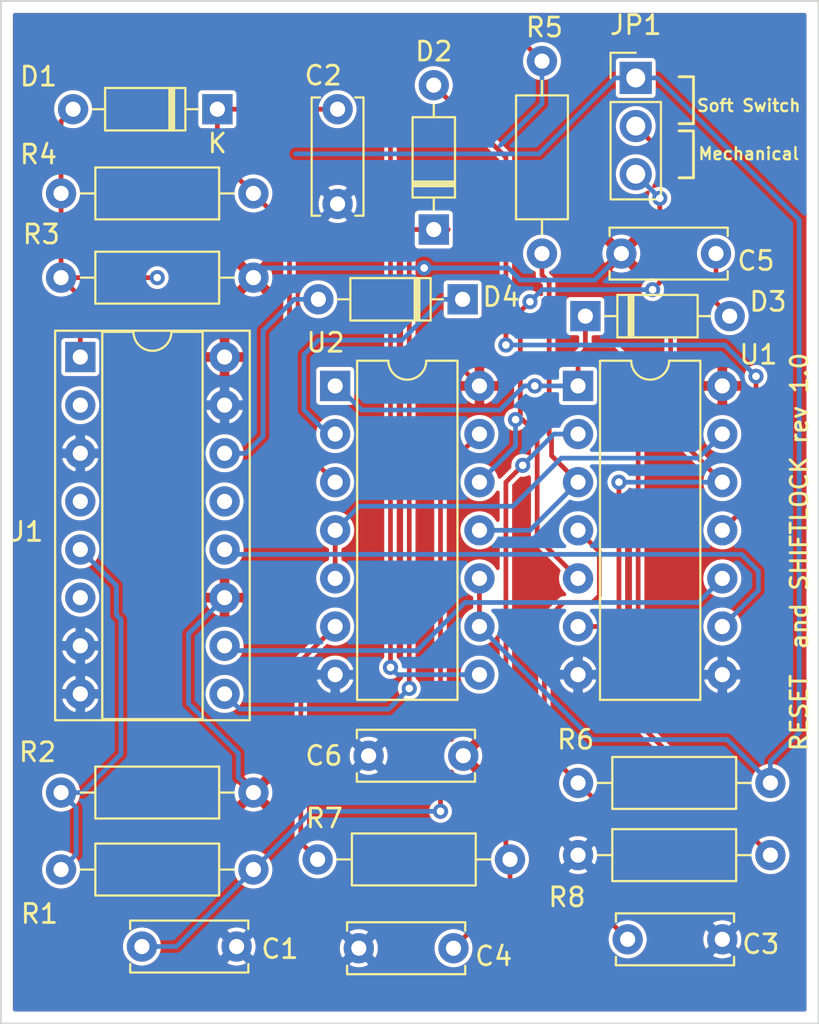
<source format=kicad_pcb>
(kicad_pcb (version 20171130) (host pcbnew "(5.1.5-0-10_14)")
  (layers (0 F.Cu signal) (31 B.Cu signal) (34 B.Paste user) (35 F.Paste user) (36 B.SilkS user) (37 F.SilkS user) (38 B.Mask user) (39 F.Mask user) (44 Edge.Cuts user))
  (net 0 "")
  (net 1 GND)
  (net 2 /Break1)
  (net 3 Row0)
  (net 4 "Net-(JP1-Pad3)")
  (net 5 ShiftLockLED-)
  (net 6 /ShiftLock1)
  (net 7 ShifLockLED+)
  (net 8 ~RESET)
  (net 9 Col0)
  (net 10 "Net-(J1-Pad6)")
  (net 11 "Net-(J1-Pad13)")
  (net 12 "Net-(J1-Pad4)")
  (net 13 "Net-(J1-Pad2)")
  (net 14 "Net-(C1-Pad2)")
  (net 15 "Net-(C2-Pad1)")
  (net 16 "Net-(C3-Pad2)")
  (net 17 "Net-(C4-Pad1)")
  (net 18 "Net-(R5-Pad1)")
  (net 19 "Net-(R7-Pad2)")
  (net 20 "Net-(C5-Pad2)")
  (net 21 "Net-(D2-Pad2)")
  (net 22 "Net-(D3-Pad1)")
  (net 23 "Net-(JP1-Pad2)")
  (net 24 "Net-(JP1-Pad1)")
  (net 25 "Net-(R5-Pad2)")
  (net 26 "Net-(U1-Pad13)")
  (net 27 "Net-(D4-Pad1)")
  (module Capacitor_THT:C_Disc_D6.0mm_W2.5mm_P5.00mm (layer F.Cu) (at 126.0983 82.3849)
    (fp_text reference C6 (at -2.3622 0) (layer F.SilkS))
    (fp_text value 0.1uF)
    (fp_line (start 5.62 0.925) (end 5.62 1.37) (layer F.SilkS) (width 0.12))
    (fp_line (start 5.62 -1.37) (end 5.62 -0.925) (layer F.SilkS) (width 0.12))
    (fp_line (start -0.62 0.925) (end -0.62 1.37) (layer F.SilkS) (width 0.12))
    (fp_line (start -0.62 -1.37) (end -0.62 -0.925) (layer F.SilkS) (width 0.12))
    (fp_line (start -0.62 1.37) (end 5.62 1.37) (layer F.SilkS) (width 0.12))
    (fp_line (start -0.62 -1.37) (end 5.62 -1.37) (layer F.SilkS) (width 0.12))
    (pad 2 thru_hole circle (at 5 0) (size 1.6 1.6) (drill 0.8) (layers *.Cu *.Mask) (net 7 ShifLockLED+))
    (pad 1 thru_hole circle (at 0 0) (size 1.6 1.6) (drill 0.8) (layers *.Cu *.Mask) (net 1 GND))
  )
  (module Diode_THT:D_DO-35_SOD27_P7.62mm_Horizontal (layer F.Cu) (at 131.064 58.293 180)
    (fp_text reference D4 (at -2.032 0.127) (layer F.SilkS))
    (fp_text value 1N914)
    (fp_line (start 2.29 -1.12) (end 2.29 1.12) (layer F.SilkS) (width 0.12))
    (fp_line (start 2.53 -1.12) (end 2.53 1.12) (layer F.SilkS) (width 0.12))
    (fp_line (start 2.41 -1.12) (end 2.41 1.12) (layer F.SilkS) (width 0.12))
    (fp_line (start 6.58 0) (end 5.93 0) (layer F.SilkS) (width 0.12))
    (fp_line (start 1.04 0) (end 1.69 0) (layer F.SilkS) (width 0.12))
    (fp_line (start 5.93 -1.12) (end 1.69 -1.12) (layer F.SilkS) (width 0.12))
    (fp_line (start 5.93 1.12) (end 5.93 -1.12) (layer F.SilkS) (width 0.12))
    (fp_line (start 1.69 1.12) (end 5.93 1.12) (layer F.SilkS) (width 0.12))
    (fp_line (start 1.69 -1.12) (end 1.69 1.12) (layer F.SilkS) (width 0.12))
    (pad 2 thru_hole oval (at 7.62 0 180) (size 1.6 1.6) (drill 0.8) (layers *.Cu *.Mask) (net 8 ~RESET))
    (pad 1 thru_hole rect (at 0 0 180) (size 1.6 1.6) (drill 0.8) (layers *.Cu *.Mask) (net 27 "Net-(D4-Pad1)"))
  )
  (module Capacitor_THT:C_Disc_D6.0mm_W2.5mm_P5.00mm (layer F.Cu) (at 139.446 55.88)
    (fp_text reference C5 (at 7.112 0.381) (layer F.SilkS))
    (fp_text value 0.33uF)
    (fp_line (start 5.62 0.925) (end 5.62 1.37) (layer F.SilkS) (width 0.12))
    (fp_line (start 5.62 -1.37) (end 5.62 -0.925) (layer F.SilkS) (width 0.12))
    (fp_line (start -0.62 0.925) (end -0.62 1.37) (layer F.SilkS) (width 0.12))
    (fp_line (start -0.62 -1.37) (end -0.62 -0.925) (layer F.SilkS) (width 0.12))
    (fp_line (start -0.62 1.37) (end 5.62 1.37) (layer F.SilkS) (width 0.12))
    (fp_line (start -0.62 -1.37) (end 5.62 -1.37) (layer F.SilkS) (width 0.12))
    (pad 2 thru_hole circle (at 5 0) (size 1.6 1.6) (drill 0.8) (layers *.Cu *.Mask) (net 20 "Net-(C5-Pad2)"))
    (pad 1 thru_hole circle (at 0 0) (size 1.6 1.6) (drill 0.8) (layers *.Cu *.Mask) (net 7 ShifLockLED+))
  )
  (module Capacitor_THT:C_Disc_D6.0mm_W2.5mm_P5.00mm (layer F.Cu) (at 130.5814 92.5449 180)
    (fp_text reference C4 (at -2.1209 -0.4191) (layer F.SilkS))
    (fp_text value 0.1uF hide)
    (fp_line (start 5.62 0.925) (end 5.62 1.37) (layer F.SilkS) (width 0.12))
    (fp_line (start 5.62 -1.37) (end 5.62 -0.925) (layer F.SilkS) (width 0.12))
    (fp_line (start -0.62 0.925) (end -0.62 1.37) (layer F.SilkS) (width 0.12))
    (fp_line (start -0.62 -1.37) (end -0.62 -0.925) (layer F.SilkS) (width 0.12))
    (fp_line (start -0.62 1.37) (end 5.62 1.37) (layer F.SilkS) (width 0.12))
    (fp_line (start -0.62 -1.37) (end 5.62 -1.37) (layer F.SilkS) (width 0.12))
    (pad 2 thru_hole circle (at 5 0 180) (size 1.6 1.6) (drill 0.8) (layers *.Cu *.Mask) (net 1 GND))
    (pad 1 thru_hole circle (at 0 0 180) (size 1.6 1.6) (drill 0.8) (layers *.Cu *.Mask) (net 17 "Net-(C4-Pad1)"))
  )
  (module Capacitor_THT:C_Disc_D6.0mm_W2.5mm_P5.00mm (layer F.Cu) (at 144.78 92.075 180)
    (fp_text reference C3 (at -2.032 -0.254) (layer F.SilkS))
    (fp_text value 0.1uF)
    (fp_line (start 5.62 0.925) (end 5.62 1.37) (layer F.SilkS) (width 0.12))
    (fp_line (start 5.62 -1.37) (end 5.62 -0.925) (layer F.SilkS) (width 0.12))
    (fp_line (start -0.62 0.925) (end -0.62 1.37) (layer F.SilkS) (width 0.12))
    (fp_line (start -0.62 -1.37) (end -0.62 -0.925) (layer F.SilkS) (width 0.12))
    (fp_line (start -0.62 1.37) (end 5.62 1.37) (layer F.SilkS) (width 0.12))
    (fp_line (start -0.62 -1.37) (end 5.62 -1.37) (layer F.SilkS) (width 0.12))
    (pad 2 thru_hole circle (at 5 0 180) (size 1.6 1.6) (drill 0.8) (layers *.Cu *.Mask) (net 16 "Net-(C3-Pad2)"))
    (pad 1 thru_hole circle (at 0 0 180) (size 1.6 1.6) (drill 0.8) (layers *.Cu *.Mask) (net 1 GND))
  )
  (module Capacitor_THT:C_Disc_D6.0mm_W2.5mm_P5.00mm (layer F.Cu) (at 124.46 48.26 270)
    (fp_text reference C2 (at -1.778 0.762 180) (layer F.SilkS))
    (fp_text value 6.8uF)
    (fp_line (start 5.62 0.925) (end 5.62 1.37) (layer F.SilkS) (width 0.12))
    (fp_line (start 5.62 -1.37) (end 5.62 -0.925) (layer F.SilkS) (width 0.12))
    (fp_line (start -0.62 0.925) (end -0.62 1.37) (layer F.SilkS) (width 0.12))
    (fp_line (start -0.62 -1.37) (end -0.62 -0.925) (layer F.SilkS) (width 0.12))
    (fp_line (start -0.62 1.37) (end 5.62 1.37) (layer F.SilkS) (width 0.12))
    (fp_line (start -0.62 -1.37) (end 5.62 -1.37) (layer F.SilkS) (width 0.12))
    (pad 2 thru_hole circle (at 5 0 270) (size 1.6 1.6) (drill 0.8) (layers *.Cu *.Mask) (net 1 GND))
    (pad 1 thru_hole circle (at 0 0 270) (size 1.6 1.6) (drill 0.8) (layers *.Cu *.Mask) (net 15 "Net-(C2-Pad1)"))
  )
  (module Capacitor_THT:C_Disc_D6.0mm_W2.5mm_P5.00mm (layer F.Cu) (at 119.126 92.456 180)
    (fp_text reference C1 (at -2.286 -0.127) (layer F.SilkS))
    (fp_text value 0.33uF)
    (fp_line (start 5.62 0.925) (end 5.62 1.37) (layer F.SilkS) (width 0.12))
    (fp_line (start 5.62 -1.37) (end 5.62 -0.925) (layer F.SilkS) (width 0.12))
    (fp_line (start -0.62 0.925) (end -0.62 1.37) (layer F.SilkS) (width 0.12))
    (fp_line (start -0.62 -1.37) (end -0.62 -0.925) (layer F.SilkS) (width 0.12))
    (fp_line (start -0.62 1.37) (end 5.62 1.37) (layer F.SilkS) (width 0.12))
    (fp_line (start -0.62 -1.37) (end 5.62 -1.37) (layer F.SilkS) (width 0.12))
    (pad 2 thru_hole circle (at 5 0 180) (size 1.6 1.6) (drill 0.8) (layers *.Cu *.Mask) (net 14 "Net-(C1-Pad2)"))
    (pad 1 thru_hole circle (at 0 0 180) (size 1.6 1.6) (drill 0.8) (layers *.Cu *.Mask) (net 1 GND))
  )
  (module Diode_THT:D_DO-35_SOD27_P7.62mm_Horizontal (layer F.Cu) (at 137.547712 59.182)
    (fp_text reference D3 (at 9.645288 -0.762) (layer F.SilkS))
    (fp_text value 1N914)
    (fp_line (start 2.29 -1.12) (end 2.29 1.12) (layer F.SilkS) (width 0.12))
    (fp_line (start 2.53 -1.12) (end 2.53 1.12) (layer F.SilkS) (width 0.12))
    (fp_line (start 2.41 -1.12) (end 2.41 1.12) (layer F.SilkS) (width 0.12))
    (fp_line (start 6.58 0) (end 5.93 0) (layer F.SilkS) (width 0.12))
    (fp_line (start 1.04 0) (end 1.69 0) (layer F.SilkS) (width 0.12))
    (fp_line (start 5.93 -1.12) (end 1.69 -1.12) (layer F.SilkS) (width 0.12))
    (fp_line (start 5.93 1.12) (end 5.93 -1.12) (layer F.SilkS) (width 0.12))
    (fp_line (start 1.69 1.12) (end 5.93 1.12) (layer F.SilkS) (width 0.12))
    (fp_line (start 1.69 -1.12) (end 1.69 1.12) (layer F.SilkS) (width 0.12))
    (pad 2 thru_hole oval (at 7.62 0) (size 1.6 1.6) (drill 0.8) (layers *.Cu *.Mask) (net 20 "Net-(C5-Pad2)"))
    (pad 1 thru_hole rect (at 0 0) (size 1.6 1.6) (drill 0.8) (layers *.Cu *.Mask) (net 22 "Net-(D3-Pad1)"))
  )
  (module Connector_PinHeader_2.54mm:PinHeader_1x03_P2.54mm_Vertical (layer F.Cu) (at 140.208 46.609)
    (fp_text reference JP1 (at 0 -2.794) (layer F.SilkS))
    (fp_text value Jumper_3_Open)
    (fp_line (start -1.33 -1.33) (end 0 -1.33) (layer F.SilkS) (width 0.12))
    (fp_line (start -1.33 0) (end -1.33 -1.33) (layer F.SilkS) (width 0.12))
    (fp_line (start -1.33 1.27) (end 1.33 1.27) (layer F.SilkS) (width 0.12))
    (fp_line (start 1.33 1.27) (end 1.33 6.41) (layer F.SilkS) (width 0.12))
    (fp_line (start -1.33 1.27) (end -1.33 6.41) (layer F.SilkS) (width 0.12))
    (fp_line (start -1.33 6.41) (end 1.33 6.41) (layer F.SilkS) (width 0.12))
    (pad 3 thru_hole oval (at 0 5.08) (size 1.7 1.7) (drill 1) (layers *.Cu *.Mask) (net 4 "Net-(JP1-Pad3)"))
    (pad 2 thru_hole oval (at 0 2.54) (size 1.7 1.7) (drill 1) (layers *.Cu *.Mask) (net 23 "Net-(JP1-Pad2)"))
    (pad 1 thru_hole rect (at 0 0) (size 1.7 1.7) (drill 1) (layers *.Cu *.Mask) (net 24 "Net-(JP1-Pad1)"))
  )
  (module Package_DIP:DIP-16_W7.62mm_Socket (layer F.Cu) (at 110.871 61.341)
    (fp_text reference J1 (at -2.8194 9.2202) (layer F.SilkS))
    (fp_text value Conn_01x16)
    (fp_line (start 8.95 -1.39) (end -1.33 -1.39) (layer F.SilkS) (width 0.12))
    (fp_line (start 8.95 19.17) (end 8.95 -1.39) (layer F.SilkS) (width 0.12))
    (fp_line (start -1.33 19.17) (end 8.95 19.17) (layer F.SilkS) (width 0.12))
    (fp_line (start -1.33 -1.39) (end -1.33 19.17) (layer F.SilkS) (width 0.12))
    (fp_line (start 6.46 -1.33) (end 4.81 -1.33) (layer F.SilkS) (width 0.12))
    (fp_line (start 6.46 19.11) (end 6.46 -1.33) (layer F.SilkS) (width 0.12))
    (fp_line (start 1.16 19.11) (end 6.46 19.11) (layer F.SilkS) (width 0.12))
    (fp_line (start 1.16 -1.33) (end 1.16 19.11) (layer F.SilkS) (width 0.12))
    (fp_line (start 2.81 -1.33) (end 1.16 -1.33) (layer F.SilkS) (width 0.12))
    (fp_arc (start 3.81 -1.33) (end 2.81 -1.33) (angle -180) (layer F.SilkS) (width 0.12))
    (pad 16 thru_hole oval (at 7.62 0) (size 1.6 1.6) (drill 0.8) (layers *.Cu *.Mask) (net 7 ShifLockLED+))
    (pad 8 thru_hole oval (at 0 17.78) (size 1.6 1.6) (drill 0.8) (layers *.Cu *.Mask) (net 1 GND))
    (pad 15 thru_hole oval (at 7.62 2.54) (size 1.6 1.6) (drill 0.8) (layers *.Cu *.Mask) (net 1 GND))
    (pad 7 thru_hole oval (at 0 15.24) (size 1.6 1.6) (drill 0.8) (layers *.Cu *.Mask) (net 1 GND))
    (pad 14 thru_hole oval (at 7.62 5.08) (size 1.6 1.6) (drill 0.8) (layers *.Cu *.Mask) (net 8 ~RESET))
    (pad 6 thru_hole oval (at 0 12.7) (size 1.6 1.6) (drill 0.8) (layers *.Cu *.Mask) (net 10 "Net-(J1-Pad6)"))
    (pad 13 thru_hole oval (at 7.62 7.62) (size 1.6 1.6) (drill 0.8) (layers *.Cu *.Mask) (net 11 "Net-(J1-Pad13)"))
    (pad 5 thru_hole oval (at 0 10.16) (size 1.6 1.6) (drill 0.8) (layers *.Cu *.Mask) (net 6 /ShiftLock1))
    (pad 12 thru_hole oval (at 7.62 10.16) (size 1.6 1.6) (drill 0.8) (layers *.Cu *.Mask) (net 5 ShiftLockLED-))
    (pad 4 thru_hole oval (at 0 7.62) (size 1.6 1.6) (drill 0.8) (layers *.Cu *.Mask) (net 12 "Net-(J1-Pad4)"))
    (pad 11 thru_hole oval (at 7.62 12.7) (size 1.6 1.6) (drill 0.8) (layers *.Cu *.Mask) (net 7 ShifLockLED+))
    (pad 3 thru_hole oval (at 0 5.08) (size 1.6 1.6) (drill 0.8) (layers *.Cu *.Mask) (net 1 GND))
    (pad 10 thru_hole oval (at 7.62 15.24) (size 1.6 1.6) (drill 0.8) (layers *.Cu *.Mask) (net 9 Col0))
    (pad 2 thru_hole oval (at 0 2.54) (size 1.6 1.6) (drill 0.8) (layers *.Cu *.Mask) (net 13 "Net-(J1-Pad2)"))
    (pad 9 thru_hole oval (at 7.62 17.78) (size 1.6 1.6) (drill 0.8) (layers *.Cu *.Mask) (net 3 Row0))
    (pad 1 thru_hole rect (at 0 0) (size 1.6 1.6) (drill 0.8) (layers *.Cu *.Mask) (net 2 /Break1))
  )
  (module Package_DIP:DIP-14_W7.62mm (layer F.Cu) (at 137.16 62.865)
    (fp_text reference U1 (at 9.525 -1.651) (layer F.SilkS))
    (fp_text value 4066)
    (fp_line (start 6.46 -1.33) (end 4.81 -1.33) (layer F.SilkS) (width 0.12))
    (fp_line (start 6.46 16.57) (end 6.46 -1.33) (layer F.SilkS) (width 0.12))
    (fp_line (start 1.16 16.57) (end 6.46 16.57) (layer F.SilkS) (width 0.12))
    (fp_line (start 1.16 -1.33) (end 1.16 16.57) (layer F.SilkS) (width 0.12))
    (fp_line (start 2.81 -1.33) (end 1.16 -1.33) (layer F.SilkS) (width 0.12))
    (fp_arc (start 3.81 -1.33) (end 2.81 -1.33) (angle -180) (layer F.SilkS) (width 0.12))
    (pad 14 thru_hole oval (at 7.62 0) (size 1.6 1.6) (drill 0.8) (layers *.Cu *.Mask) (net 7 ShifLockLED+))
    (pad 7 thru_hole oval (at 0 15.24) (size 1.6 1.6) (drill 0.8) (layers *.Cu *.Mask) (net 1 GND))
    (pad 13 thru_hole oval (at 7.62 2.54) (size 1.6 1.6) (drill 0.8) (layers *.Cu *.Mask) (net 26 "Net-(U1-Pad13)"))
    (pad 6 thru_hole oval (at 0 12.7) (size 1.6 1.6) (drill 0.8) (layers *.Cu *.Mask) (net 23 "Net-(JP1-Pad2)"))
    (pad 12 thru_hole oval (at 7.62 5.08) (size 1.6 1.6) (drill 0.8) (layers *.Cu *.Mask) (net 23 "Net-(JP1-Pad2)"))
    (pad 5 thru_hole oval (at 0 10.16) (size 1.6 1.6) (drill 0.8) (layers *.Cu *.Mask) (net 4 "Net-(JP1-Pad3)"))
    (pad 11 thru_hole oval (at 7.62 7.62) (size 1.6 1.6) (drill 0.8) (layers *.Cu *.Mask) (net 21 "Net-(D2-Pad2)"))
    (pad 4 thru_hole oval (at 0 7.62) (size 1.6 1.6) (drill 0.8) (layers *.Cu *.Mask) (net 16 "Net-(C3-Pad2)"))
    (pad 10 thru_hole oval (at 7.62 10.16) (size 1.6 1.6) (drill 0.8) (layers *.Cu *.Mask) (net 9 Col0))
    (pad 3 thru_hole oval (at 0 5.08) (size 1.6 1.6) (drill 0.8) (layers *.Cu *.Mask) (net 18 "Net-(R5-Pad1)"))
    (pad 9 thru_hole oval (at 7.62 12.7) (size 1.6 1.6) (drill 0.8) (layers *.Cu *.Mask) (net 5 ShiftLockLED-))
    (pad 2 thru_hole oval (at 0 2.54) (size 1.6 1.6) (drill 0.8) (layers *.Cu *.Mask) (net 17 "Net-(C4-Pad1)"))
    (pad 8 thru_hole oval (at 7.62 15.24) (size 1.6 1.6) (drill 0.8) (layers *.Cu *.Mask) (net 1 GND))
    (pad 1 thru_hole rect (at 0 0) (size 1.6 1.6) (drill 0.8) (layers *.Cu *.Mask) (net 22 "Net-(D3-Pad1)"))
  )
  (module Package_DIP:DIP-14_W7.62mm (layer F.Cu) (at 124.333 62.865)
    (fp_text reference U2 (at -0.508 -2.286) (layer F.SilkS))
    (fp_text value 74LS14)
    (fp_line (start 6.46 -1.33) (end 4.81 -1.33) (layer F.SilkS) (width 0.12))
    (fp_line (start 6.46 16.57) (end 6.46 -1.33) (layer F.SilkS) (width 0.12))
    (fp_line (start 1.16 16.57) (end 6.46 16.57) (layer F.SilkS) (width 0.12))
    (fp_line (start 1.16 -1.33) (end 1.16 16.57) (layer F.SilkS) (width 0.12))
    (fp_line (start 2.81 -1.33) (end 1.16 -1.33) (layer F.SilkS) (width 0.12))
    (fp_arc (start 3.81 -1.33) (end 2.81 -1.33) (angle -180) (layer F.SilkS) (width 0.12))
    (pad 14 thru_hole oval (at 7.62 0) (size 1.6 1.6) (drill 0.8) (layers *.Cu *.Mask) (net 7 ShifLockLED+))
    (pad 7 thru_hole oval (at 0 15.24) (size 1.6 1.6) (drill 0.8) (layers *.Cu *.Mask) (net 1 GND))
    (pad 13 thru_hole oval (at 7.62 2.54) (size 1.6 1.6) (drill 0.8) (layers *.Cu *.Mask) (net 14 "Net-(C1-Pad2)"))
    (pad 6 thru_hole oval (at 0 12.7) (size 1.6 1.6) (drill 0.8) (layers *.Cu *.Mask) (net 19 "Net-(R7-Pad2)"))
    (pad 12 thru_hole oval (at 7.62 5.08) (size 1.6 1.6) (drill 0.8) (layers *.Cu *.Mask) (net 4 "Net-(JP1-Pad3)"))
    (pad 5 thru_hole oval (at 0 10.16) (size 1.6 1.6) (drill 0.8) (layers *.Cu *.Mask) (net 26 "Net-(U1-Pad13)"))
    (pad 11 thru_hole oval (at 7.62 7.62) (size 1.6 1.6) (drill 0.8) (layers *.Cu *.Mask) (net 18 "Net-(R5-Pad1)"))
    (pad 4 thru_hole oval (at 0 7.62) (size 1.6 1.6) (drill 0.8) (layers *.Cu *.Mask) (net 26 "Net-(U1-Pad13)"))
    (pad 10 thru_hole oval (at 7.62 10.16) (size 1.6 1.6) (drill 0.8) (layers *.Cu *.Mask) (net 24 "Net-(JP1-Pad1)"))
    (pad 3 thru_hole oval (at 0 5.08) (size 1.6 1.6) (drill 0.8) (layers *.Cu *.Mask) (net 15 "Net-(C2-Pad1)"))
    (pad 9 thru_hole oval (at 7.62 12.7) (size 1.6 1.6) (drill 0.8) (layers *.Cu *.Mask) (net 24 "Net-(JP1-Pad1)"))
    (pad 2 thru_hole oval (at 0 2.54) (size 1.6 1.6) (drill 0.8) (layers *.Cu *.Mask) (net 27 "Net-(D4-Pad1)"))
    (pad 8 thru_hole oval (at 7.62 15.24) (size 1.6 1.6) (drill 0.8) (layers *.Cu *.Mask) (net 25 "Net-(R5-Pad2)"))
    (pad 1 thru_hole rect (at 0 0) (size 1.6 1.6) (drill 0.8) (layers *.Cu *.Mask) (net 22 "Net-(D3-Pad1)"))
  )
  (module Resistor_THT:R_Axial_DIN0207_L6.3mm_D2.5mm_P10.16mm_Horizontal (layer F.Cu) (at 137.16 87.63)
    (fp_text reference R8 (at -0.5842 2.2225) (layer F.SilkS))
    (fp_text value 1K)
    (fp_line (start 9.12 0) (end 8.35 0) (layer F.SilkS) (width 0.12))
    (fp_line (start 1.04 0) (end 1.81 0) (layer F.SilkS) (width 0.12))
    (fp_line (start 8.35 -1.37) (end 1.81 -1.37) (layer F.SilkS) (width 0.12))
    (fp_line (start 8.35 1.37) (end 8.35 -1.37) (layer F.SilkS) (width 0.12))
    (fp_line (start 1.81 1.37) (end 8.35 1.37) (layer F.SilkS) (width 0.12))
    (fp_line (start 1.81 -1.37) (end 1.81 1.37) (layer F.SilkS) (width 0.12))
    (pad 2 thru_hole oval (at 10.16 0) (size 1.6 1.6) (drill 0.8) (layers *.Cu *.Mask) (net 22 "Net-(D3-Pad1)"))
    (pad 1 thru_hole circle (at 0 0) (size 1.6 1.6) (drill 0.8) (layers *.Cu *.Mask) (net 1 GND))
  )
  (module Resistor_THT:R_Axial_DIN0207_L6.3mm_D2.5mm_P10.16mm_Horizontal (layer F.Cu) (at 133.5659 87.8586 180)
    (fp_text reference R7 (at 9.8044 2.1717) (layer F.SilkS))
    (fp_text value 1k)
    (fp_line (start 9.12 0) (end 8.35 0) (layer F.SilkS) (width 0.12))
    (fp_line (start 1.04 0) (end 1.81 0) (layer F.SilkS) (width 0.12))
    (fp_line (start 8.35 -1.37) (end 1.81 -1.37) (layer F.SilkS) (width 0.12))
    (fp_line (start 8.35 1.37) (end 8.35 -1.37) (layer F.SilkS) (width 0.12))
    (fp_line (start 1.81 1.37) (end 8.35 1.37) (layer F.SilkS) (width 0.12))
    (fp_line (start 1.81 -1.37) (end 1.81 1.37) (layer F.SilkS) (width 0.12))
    (pad 2 thru_hole oval (at 10.16 0 180) (size 1.6 1.6) (drill 0.8) (layers *.Cu *.Mask) (net 19 "Net-(R7-Pad2)"))
    (pad 1 thru_hole circle (at 0 0 180) (size 1.6 1.6) (drill 0.8) (layers *.Cu *.Mask) (net 17 "Net-(C4-Pad1)"))
  )
  (module Resistor_THT:R_Axial_DIN0207_L6.3mm_D2.5mm_P10.16mm_Horizontal (layer F.Cu) (at 137.16 83.82)
    (fp_text reference R6 (at -0.127 -2.286) (layer F.SilkS))
    (fp_text value 220k)
    (fp_line (start 9.12 0) (end 8.35 0) (layer F.SilkS) (width 0.12))
    (fp_line (start 1.04 0) (end 1.81 0) (layer F.SilkS) (width 0.12))
    (fp_line (start 8.35 -1.37) (end 1.81 -1.37) (layer F.SilkS) (width 0.12))
    (fp_line (start 8.35 1.37) (end 8.35 -1.37) (layer F.SilkS) (width 0.12))
    (fp_line (start 1.81 1.37) (end 8.35 1.37) (layer F.SilkS) (width 0.12))
    (fp_line (start 1.81 -1.37) (end 1.81 1.37) (layer F.SilkS) (width 0.12))
    (pad 2 thru_hole oval (at 10.16 0) (size 1.6 1.6) (drill 0.8) (layers *.Cu *.Mask) (net 24 "Net-(JP1-Pad1)"))
    (pad 1 thru_hole circle (at 0 0) (size 1.6 1.6) (drill 0.8) (layers *.Cu *.Mask) (net 16 "Net-(C3-Pad2)"))
  )
  (module Resistor_THT:R_Axial_DIN0207_L6.3mm_D2.5mm_P10.16mm_Horizontal (layer F.Cu) (at 135.255 55.88 90)
    (fp_text reference R5 (at 11.938 0.127 180) (layer F.SilkS))
    (fp_text value 22k)
    (fp_line (start 9.12 0) (end 8.35 0) (layer F.SilkS) (width 0.12))
    (fp_line (start 1.04 0) (end 1.81 0) (layer F.SilkS) (width 0.12))
    (fp_line (start 8.35 -1.37) (end 1.81 -1.37) (layer F.SilkS) (width 0.12))
    (fp_line (start 8.35 1.37) (end 8.35 -1.37) (layer F.SilkS) (width 0.12))
    (fp_line (start 1.81 1.37) (end 8.35 1.37) (layer F.SilkS) (width 0.12))
    (fp_line (start 1.81 -1.37) (end 1.81 1.37) (layer F.SilkS) (width 0.12))
    (pad 2 thru_hole oval (at 10.16 0 90) (size 1.6 1.6) (drill 0.8) (layers *.Cu *.Mask) (net 25 "Net-(R5-Pad2)"))
    (pad 1 thru_hole circle (at 0 0 90) (size 1.6 1.6) (drill 0.8) (layers *.Cu *.Mask) (net 18 "Net-(R5-Pad1)"))
  )
  (module Resistor_THT:R_Axial_DIN0207_L6.3mm_D2.5mm_P10.16mm_Horizontal (layer F.Cu) (at 109.855 52.705)
    (fp_text reference R4 (at -1.1938 -2.0574) (layer F.SilkS))
    (fp_text value 1M)
    (fp_line (start 9.12 0) (end 8.35 0) (layer F.SilkS) (width 0.12))
    (fp_line (start 1.04 0) (end 1.81 0) (layer F.SilkS) (width 0.12))
    (fp_line (start 8.35 -1.37) (end 1.81 -1.37) (layer F.SilkS) (width 0.12))
    (fp_line (start 8.35 1.37) (end 8.35 -1.37) (layer F.SilkS) (width 0.12))
    (fp_line (start 1.81 1.37) (end 8.35 1.37) (layer F.SilkS) (width 0.12))
    (fp_line (start 1.81 -1.37) (end 1.81 1.37) (layer F.SilkS) (width 0.12))
    (pad 2 thru_hole oval (at 10.16 0) (size 1.6 1.6) (drill 0.8) (layers *.Cu *.Mask) (net 15 "Net-(C2-Pad1)"))
    (pad 1 thru_hole circle (at 0 0) (size 1.6 1.6) (drill 0.8) (layers *.Cu *.Mask) (net 2 /Break1))
  )
  (module Resistor_THT:R_Axial_DIN0207_L6.3mm_D2.5mm_P10.16mm_Horizontal (layer F.Cu) (at 120.015 57.15 180)
    (fp_text reference R3 (at 11.2014 2.286) (layer F.SilkS))
    (fp_text value 1k)
    (fp_line (start 9.12 0) (end 8.35 0) (layer F.SilkS) (width 0.12))
    (fp_line (start 1.04 0) (end 1.81 0) (layer F.SilkS) (width 0.12))
    (fp_line (start 8.35 -1.37) (end 1.81 -1.37) (layer F.SilkS) (width 0.12))
    (fp_line (start 8.35 1.37) (end 8.35 -1.37) (layer F.SilkS) (width 0.12))
    (fp_line (start 1.81 1.37) (end 8.35 1.37) (layer F.SilkS) (width 0.12))
    (fp_line (start 1.81 -1.37) (end 1.81 1.37) (layer F.SilkS) (width 0.12))
    (pad 2 thru_hole oval (at 10.16 0 180) (size 1.6 1.6) (drill 0.8) (layers *.Cu *.Mask) (net 2 /Break1))
    (pad 1 thru_hole circle (at 0 0 180) (size 1.6 1.6) (drill 0.8) (layers *.Cu *.Mask) (net 7 ShifLockLED+))
  )
  (module Resistor_THT:R_Axial_DIN0207_L6.3mm_D2.5mm_P10.16mm_Horizontal (layer F.Cu) (at 109.855 88.392)
    (fp_text reference R2 (at -1.2446 -6.1976) (layer F.SilkS))
    (fp_text value 100k)
    (fp_line (start 9.12 0) (end 8.35 0) (layer F.SilkS) (width 0.12))
    (fp_line (start 1.04 0) (end 1.81 0) (layer F.SilkS) (width 0.12))
    (fp_line (start 8.35 -1.37) (end 1.81 -1.37) (layer F.SilkS) (width 0.12))
    (fp_line (start 8.35 1.37) (end 8.35 -1.37) (layer F.SilkS) (width 0.12))
    (fp_line (start 1.81 1.37) (end 8.35 1.37) (layer F.SilkS) (width 0.12))
    (fp_line (start 1.81 -1.37) (end 1.81 1.37) (layer F.SilkS) (width 0.12))
    (pad 2 thru_hole oval (at 10.16 0) (size 1.6 1.6) (drill 0.8) (layers *.Cu *.Mask) (net 14 "Net-(C1-Pad2)"))
    (pad 1 thru_hole circle (at 0 0) (size 1.6 1.6) (drill 0.8) (layers *.Cu *.Mask) (net 6 /ShiftLock1))
  )
  (module Resistor_THT:R_Axial_DIN0207_L6.3mm_D2.5mm_P10.16mm_Horizontal (layer F.Cu) (at 120.015 84.328 180)
    (fp_text reference R1 (at 11.303 -6.4008) (layer F.SilkS))
    (fp_text value 1k)
    (fp_line (start 9.12 0) (end 8.35 0) (layer F.SilkS) (width 0.12))
    (fp_line (start 1.04 0) (end 1.81 0) (layer F.SilkS) (width 0.12))
    (fp_line (start 8.35 -1.37) (end 1.81 -1.37) (layer F.SilkS) (width 0.12))
    (fp_line (start 8.35 1.37) (end 8.35 -1.37) (layer F.SilkS) (width 0.12))
    (fp_line (start 1.81 1.37) (end 8.35 1.37) (layer F.SilkS) (width 0.12))
    (fp_line (start 1.81 -1.37) (end 1.81 1.37) (layer F.SilkS) (width 0.12))
    (pad 2 thru_hole oval (at 10.16 0 180) (size 1.6 1.6) (drill 0.8) (layers *.Cu *.Mask) (net 6 /ShiftLock1))
    (pad 1 thru_hole circle (at 0 0 180) (size 1.6 1.6) (drill 0.8) (layers *.Cu *.Mask) (net 7 ShifLockLED+))
  )
  (module Diode_THT:D_DO-35_SOD27_P7.62mm_Horizontal (layer F.Cu) (at 129.54 54.61 90)
    (fp_text reference D2 (at 9.398 0 180) (layer F.SilkS))
    (fp_text value 1N914)
    (fp_line (start 2.29 -1.12) (end 2.29 1.12) (layer F.SilkS) (width 0.12))
    (fp_line (start 2.53 -1.12) (end 2.53 1.12) (layer F.SilkS) (width 0.12))
    (fp_line (start 2.41 -1.12) (end 2.41 1.12) (layer F.SilkS) (width 0.12))
    (fp_line (start 6.58 0) (end 5.93 0) (layer F.SilkS) (width 0.12))
    (fp_line (start 1.04 0) (end 1.69 0) (layer F.SilkS) (width 0.12))
    (fp_line (start 5.93 -1.12) (end 1.69 -1.12) (layer F.SilkS) (width 0.12))
    (fp_line (start 5.93 1.12) (end 5.93 -1.12) (layer F.SilkS) (width 0.12))
    (fp_line (start 1.69 1.12) (end 5.93 1.12) (layer F.SilkS) (width 0.12))
    (fp_line (start 1.69 -1.12) (end 1.69 1.12) (layer F.SilkS) (width 0.12))
    (pad 2 thru_hole oval (at 7.62 0 90) (size 1.6 1.6) (drill 0.8) (layers *.Cu *.Mask) (net 21 "Net-(D2-Pad2)"))
    (pad 1 thru_hole rect (at 0 0 90) (size 1.6 1.6) (drill 0.8) (layers *.Cu *.Mask) (net 3 Row0))
  )
  (module Diode_THT:D_DO-35_SOD27_P7.62mm_Horizontal (layer F.Cu) (at 118.11 48.26 180)
    (fp_text reference D1 (at 9.4488 1.7272) (layer F.SilkS))
    (fp_text value 1N914)
    (fp_text user K (at 0 -1.8) (layer F.SilkS))
    (fp_line (start 2.29 -1.12) (end 2.29 1.12) (layer F.SilkS) (width 0.12))
    (fp_line (start 2.53 -1.12) (end 2.53 1.12) (layer F.SilkS) (width 0.12))
    (fp_line (start 2.41 -1.12) (end 2.41 1.12) (layer F.SilkS) (width 0.12))
    (fp_line (start 6.58 0) (end 5.93 0) (layer F.SilkS) (width 0.12))
    (fp_line (start 1.04 0) (end 1.69 0) (layer F.SilkS) (width 0.12))
    (fp_line (start 5.93 -1.12) (end 1.69 -1.12) (layer F.SilkS) (width 0.12))
    (fp_line (start 5.93 1.12) (end 5.93 -1.12) (layer F.SilkS) (width 0.12))
    (fp_line (start 1.69 1.12) (end 5.93 1.12) (layer F.SilkS) (width 0.12))
    (fp_line (start 1.69 -1.12) (end 1.69 1.12) (layer F.SilkS) (width 0.12))
    (pad 2 thru_hole oval (at 7.62 0 180) (size 1.6 1.6) (drill 0.8) (layers *.Cu *.Mask) (net 2 /Break1))
    (pad 1 thru_hole rect (at 0 0 180) (size 1.6 1.6) (drill 0.8) (layers *.Cu *.Mask) (net 15 "Net-(C2-Pad1)"))
  )
  (gr_text "Soft Switch" (at 146.177 48.0695) (layer F.SilkS) (effects (font (size 0.635 0.635) (thickness 0.127))))
  (gr_text Mechanical (at 146.177 50.6095) (layer F.SilkS) (effects (font (size 0.635 0.635) (thickness 0.127))))
  (gr_line (start 143.256 49.022) (end 143.256 46.5455) (layer F.SilkS) (width 0.15))
  (gr_line (start 142.494 46.5455) (end 143.256 46.5455) (layer F.SilkS) (width 0.15))
  (gr_line (start 142.494 49.022) (end 143.256 49.022) (layer F.SilkS) (width 0.15))
  (gr_line (start 142.494 49.403) (end 143.256 49.403) (layer F.SilkS) (width 0.15))
  (gr_line (start 143.256 51.8795) (end 143.256 49.403) (layer F.SilkS) (width 0.15))
  (gr_line (start 142.494 51.8795) (end 143.256 51.8795) (layer F.SilkS) (width 0.15))
  (gr_text "RESET  and SHIFTLOCK rev 1.0" (at 148.844 71.628 90) (layer F.SilkS) (effects (font (size 0.889 0.889) (thickness 0.1524))))
  (gr_line (start 106.68 96.52) (end 106.68 42.545) (layer Edge.Cuts) (width 0.1))
  (gr_line (start 149.86 96.52) (end 106.68 96.52) (layer Edge.Cuts) (width 0.1))
  (gr_line (start 149.86 42.545) (end 149.86 96.52) (layer Edge.Cuts) (width 0.1))
  (gr_line (start 106.68 42.545) (end 149.86 42.545) (layer Edge.Cuts) (width 0.1))
  (segment (start 109.855 57.15) (end 109.855 52.705) (width 0.25) (layer F.Cu) (net 2))
  (segment (start 109.855 48.895) (end 110.49 48.26) (width 0.25) (layer F.Cu) (net 2))
  (segment (start 109.855 52.705) (end 109.855 48.895) (width 0.25) (layer F.Cu) (net 2))
  (segment (start 109.855 57.15) (end 114.935 57.15) (width 0.25) (layer F.Cu) (net 2))
  (via (at 114.935 57.15) (size 0.8) (drill 0.4) (layers F.Cu B.Cu) (net 2))
  (segment (start 110.871 58.166) (end 109.855 57.15) (width 0.25) (layer F.Cu) (net 2))
  (segment (start 110.871 61.341) (end 110.871 58.166) (width 0.25) (layer F.Cu) (net 2))
  (segment (start 130.175 54.61) (end 130.302 54.61) (width 0.25) (layer F.Cu) (net 3))
  (segment (start 129.630001 55.154999) (end 130.175 54.61) (width 0.25) (layer F.Cu) (net 3))
  (segment (start 118.491 79.121) (end 119.290999 79.920999) (width 0.25) (layer B.Cu) (net 3))
  (segment (start 119.290999 79.920999) (end 127.155609 79.920999) (width 0.25) (layer B.Cu) (net 3))
  (via (at 128.246598 78.83001) (size 0.8) (drill 0.4) (layers F.Cu B.Cu) (net 3))
  (segment (start 127.846599 79.230009) (end 128.246598 78.83001) (width 0.25) (layer B.Cu) (net 3))
  (segment (start 129.54 54.61) (end 128.49 54.61) (width 0.25) (layer F.Cu) (net 3))
  (segment (start 128.49 54.61) (end 128.246598 54.853402) (width 0.25) (layer F.Cu) (net 3))
  (segment (start 128.246598 78.264325) (end 128.246598 78.83001) (width 0.25) (layer F.Cu) (net 3))
  (segment (start 127.155609 79.920999) (end 127.846599 79.230009) (width 0.25) (layer B.Cu) (net 3))
  (segment (start 128.246598 54.853402) (end 128.246598 78.264325) (width 0.25) (layer F.Cu) (net 3))
  (segment (start 141.4145 52.8955) (end 140.208 51.689) (width 0.25) (layer B.Cu) (net 4))
  (via (at 141.478 52.959) (size 0.8) (drill 0.4) (layers F.Cu B.Cu) (net 4))
  (segment (start 141.4145 52.8955) (end 141.478 52.959) (width 0.25) (layer B.Cu) (net 4))
  (segment (start 141.478 52.959) (end 141.478 57.404) (width 0.25) (layer F.Cu) (net 4))
  (via (at 141.097 57.785) (size 0.8) (drill 0.4) (layers F.Cu B.Cu) (net 4))
  (segment (start 141.478 57.404) (end 141.097 57.785) (width 0.25) (layer F.Cu) (net 4))
  (via (at 133.858004 64.643) (size 0.8) (drill 0.4) (layers F.Cu B.Cu) (net 4))
  (segment (start 133.858004 66.039996) (end 133.858004 64.643) (width 0.25) (layer B.Cu) (net 4))
  (segment (start 131.953 67.945) (end 133.858004 66.039996) (width 0.25) (layer B.Cu) (net 4))
  (segment (start 134.222619 64.643) (end 133.858004 64.643) (width 0.25) (layer F.Cu) (net 4))
  (segment (start 135.001 65.421381) (end 134.222619 64.643) (width 0.25) (layer F.Cu) (net 4))
  (segment (start 135.001 70.866) (end 135.001 65.421381) (width 0.25) (layer F.Cu) (net 4))
  (segment (start 137.16 73.025) (end 135.001 70.866) (width 0.25) (layer F.Cu) (net 4))
  (segment (start 141.097 57.785) (end 135.255 57.785) (width 0.25) (layer B.Cu) (net 4))
  (via (at 134.62 58.42) (size 0.8) (drill 0.4) (layers F.Cu B.Cu) (net 4))
  (segment (start 135.255 57.785) (end 134.62 58.42) (width 0.25) (layer B.Cu) (net 4))
  (segment (start 134.112 58.928) (end 134.62 58.42) (width 0.25) (layer F.Cu) (net 4))
  (segment (start 134.112 64.389004) (end 134.112 58.928) (width 0.25) (layer F.Cu) (net 4))
  (segment (start 133.858004 64.643) (end 134.112 64.389004) (width 0.25) (layer F.Cu) (net 4))
  (segment (start 146.685 73.66) (end 144.78 75.565) (width 0.25) (layer B.Cu) (net 5))
  (segment (start 146.685 72.644) (end 146.685 73.66) (width 0.25) (layer B.Cu) (net 5))
  (segment (start 118.745 71.755) (end 145.796 71.755) (width 0.25) (layer B.Cu) (net 5))
  (segment (start 145.796 71.755) (end 146.685 72.644) (width 0.25) (layer B.Cu) (net 5))
  (segment (start 118.491 71.501) (end 118.745 71.755) (width 0.25) (layer B.Cu) (net 5))
  (segment (start 110.654999 85.127999) (end 109.855 84.328) (width 0.25) (layer B.Cu) (net 6))
  (segment (start 110.654999 87.592001) (end 110.654999 85.127999) (width 0.25) (layer B.Cu) (net 6))
  (segment (start 109.855 88.392) (end 110.654999 87.592001) (width 0.25) (layer B.Cu) (net 6))
  (segment (start 110.98637 84.328) (end 113.01837 82.296) (width 0.25) (layer B.Cu) (net 6))
  (segment (start 109.855 84.328) (end 110.98637 84.328) (width 0.25) (layer B.Cu) (net 6))
  (segment (start 113.01837 82.296) (end 113.01837 75.19563) (width 0.25) (layer B.Cu) (net 6))
  (segment (start 113.01837 75.19563) (end 112.776 74.95326) (width 0.25) (layer B.Cu) (net 6))
  (segment (start 112.776 73.406) (end 110.871 71.501) (width 0.25) (layer B.Cu) (net 6))
  (segment (start 112.776 74.95326) (end 112.776 73.406) (width 0.25) (layer B.Cu) (net 6))
  (segment (start 119.215001 83.528001) (end 119.215001 82.258001) (width 0.25) (layer B.Cu) (net 7))
  (segment (start 120.015 84.328) (end 119.215001 83.528001) (width 0.25) (layer B.Cu) (net 7))
  (segment (start 119.215001 82.258001) (end 116.586 79.629) (width 0.25) (layer B.Cu) (net 7))
  (segment (start 116.586 75.946) (end 118.491 74.041) (width 0.25) (layer B.Cu) (net 7))
  (segment (start 116.586 79.629) (end 116.586 75.946) (width 0.25) (layer B.Cu) (net 7))
  (segment (start 134.112 57.277) (end 133.477 56.642) (width 0.25) (layer B.Cu) (net 7))
  (segment (start 133.477 56.642) (end 129.597685 56.642) (width 0.25) (layer B.Cu) (net 7))
  (segment (start 139.446 55.88) (end 138.049 57.277) (width 0.25) (layer B.Cu) (net 7))
  (segment (start 138.049 57.277) (end 134.112 57.277) (width 0.25) (layer B.Cu) (net 7))
  (segment (start 129.597685 56.642) (end 129.032 56.642) (width 0.25) (layer B.Cu) (net 7))
  (via (at 129.032 56.642) (size 0.8) (drill 0.4) (layers F.Cu B.Cu) (net 7))
  (segment (start 129.032 59.944) (end 129.032 56.642) (width 0.25) (layer F.Cu) (net 7))
  (segment (start 131.953 62.865) (end 129.032 59.944) (width 0.25) (layer F.Cu) (net 7))
  (segment (start 120.523 56.642) (end 129.032 56.642) (width 0.25) (layer B.Cu) (net 7))
  (segment (start 120.015 57.15) (end 120.523 56.642) (width 0.25) (layer B.Cu) (net 7))
  (segment (start 119.62237 66.421) (end 120.523 65.52037) (width 0.25) (layer B.Cu) (net 8))
  (segment (start 118.491 66.421) (end 119.62237 66.421) (width 0.25) (layer B.Cu) (net 8))
  (segment (start 120.523 65.52037) (end 120.523 59.944) (width 0.25) (layer B.Cu) (net 8))
  (segment (start 122.174 58.293) (end 123.444 58.293) (width 0.25) (layer B.Cu) (net 8))
  (segment (start 120.523 59.944) (end 122.174 58.293) (width 0.25) (layer B.Cu) (net 8))
  (segment (start 131.191 74.295) (end 143.51 74.295) (width 0.25) (layer B.Cu) (net 9))
  (segment (start 128.651 76.835) (end 131.191 74.295) (width 0.25) (layer B.Cu) (net 9))
  (segment (start 143.51 74.295) (end 144.78 73.025) (width 0.25) (layer B.Cu) (net 9))
  (segment (start 118.745 76.835) (end 128.651 76.835) (width 0.25) (layer B.Cu) (net 9))
  (segment (start 118.491 76.581) (end 118.745 76.835) (width 0.25) (layer B.Cu) (net 9))
  (segment (start 115.951 92.456) (end 120.015 88.392) (width 0.25) (layer B.Cu) (net 14))
  (segment (start 114.126 92.456) (end 115.951 92.456) (width 0.25) (layer B.Cu) (net 14))
  (via (at 129.8956 85.3186) (size 0.8) (drill 0.4) (layers F.Cu B.Cu) (net 14))
  (segment (start 129.8956 67.4624) (end 129.8956 85.3186) (width 0.25) (layer F.Cu) (net 14))
  (segment (start 131.953 65.405) (end 129.8956 67.4624) (width 0.25) (layer F.Cu) (net 14))
  (segment (start 120.015 88.392) (end 123.0884 85.3186) (width 0.25) (layer B.Cu) (net 14))
  (segment (start 123.0884 85.3186) (end 129.329915 85.3186) (width 0.25) (layer B.Cu) (net 14))
  (segment (start 129.329915 85.3186) (end 129.8956 85.3186) (width 0.25) (layer B.Cu) (net 14))
  (segment (start 118.11 50.8) (end 120.015 52.705) (width 0.25) (layer F.Cu) (net 15))
  (segment (start 118.11 48.26) (end 118.11 50.8) (width 0.25) (layer F.Cu) (net 15))
  (segment (start 118.11 48.26) (end 124.46 48.26) (width 0.25) (layer F.Cu) (net 15))
  (segment (start 121.92 65.532) (end 124.333 67.945) (width 0.25) (layer F.Cu) (net 15))
  (segment (start 121.92 54.61) (end 121.92 65.532) (width 0.25) (layer F.Cu) (net 15))
  (segment (start 120.015 52.705) (end 121.92 54.61) (width 0.25) (layer F.Cu) (net 15))
  (segment (start 138.47 90.805) (end 138.47 87.035) (width 0.25) (layer F.Cu) (net 16))
  (segment (start 138.47 87.035) (end 138.43 86.995) (width 0.25) (layer F.Cu) (net 16))
  (segment (start 138.43 85.09) (end 137.16 83.82) (width 0.25) (layer F.Cu) (net 16))
  (segment (start 138.43 86.995) (end 138.43 85.09) (width 0.25) (layer F.Cu) (net 16))
  (segment (start 137.16 83.82) (end 137.795 83.82) (width 0.25) (layer F.Cu) (net 16))
  (segment (start 138.51 90.805) (end 139.78 92.075) (width 0.25) (layer F.Cu) (net 16))
  (segment (start 138.47 90.805) (end 138.51 90.805) (width 0.25) (layer F.Cu) (net 16))
  (segment (start 135.382 82.042) (end 136.360001 83.020001) (width 0.25) (layer F.Cu) (net 16))
  (segment (start 135.382 75.311) (end 135.382 82.042) (width 0.25) (layer F.Cu) (net 16))
  (segment (start 136.398 74.295) (end 135.382 75.311) (width 0.25) (layer F.Cu) (net 16))
  (segment (start 137.922 74.295) (end 136.398 74.295) (width 0.25) (layer F.Cu) (net 16))
  (segment (start 136.360001 83.020001) (end 137.16 83.82) (width 0.25) (layer F.Cu) (net 16))
  (segment (start 138.285001 73.931999) (end 137.922 74.295) (width 0.25) (layer F.Cu) (net 16))
  (segment (start 138.285001 71.610001) (end 138.285001 73.931999) (width 0.25) (layer F.Cu) (net 16))
  (segment (start 137.16 70.485) (end 138.285001 71.610001) (width 0.25) (layer F.Cu) (net 16))
  (segment (start 135.89 65.405) (end 134.638999 66.656001) (width 0.25) (layer B.Cu) (net 17))
  (segment (start 134.638999 66.656001) (end 134.239 67.056) (width 0.25) (layer B.Cu) (net 17))
  (segment (start 137.16 65.405) (end 135.89 65.405) (width 0.25) (layer B.Cu) (net 17))
  (via (at 134.239 67.056) (size 0.8) (drill 0.4) (layers F.Cu B.Cu) (net 17))
  (segment (start 133.35 67.945) (end 134.239 67.056) (width 0.25) (layer F.Cu) (net 17))
  (segment (start 133.35 87.6427) (end 133.35 67.945) (width 0.25) (layer F.Cu) (net 17))
  (segment (start 133.5659 87.8586) (end 133.35 87.6427) (width 0.25) (layer F.Cu) (net 17))
  (segment (start 133.5659 89.5604) (end 130.5814 92.5449) (width 0.25) (layer F.Cu) (net 17))
  (segment (start 133.5659 87.8586) (end 133.5659 89.5604) (width 0.25) (layer F.Cu) (net 17))
  (segment (start 134.62 70.485) (end 137.16 67.945) (width 0.25) (layer B.Cu) (net 18))
  (segment (start 131.953 70.485) (end 134.62 70.485) (width 0.25) (layer B.Cu) (net 18))
  (segment (start 137.16 67.945) (end 135.759801 66.544801) (width 0.25) (layer F.Cu) (net 18))
  (segment (start 135.759801 66.544801) (end 135.759801 65.543771) (width 0.25) (layer F.Cu) (net 18))
  (segment (start 135.636 65.41997) (end 135.636 57.39237) (width 0.25) (layer F.Cu) (net 18))
  (segment (start 135.636 57.39237) (end 135.255 57.01137) (width 0.25) (layer F.Cu) (net 18))
  (segment (start 135.759801 65.543771) (end 135.636 65.41997) (width 0.25) (layer F.Cu) (net 18))
  (segment (start 135.255 57.01137) (end 135.255 55.88) (width 0.25) (layer F.Cu) (net 18))
  (segment (start 122.5169 77.3811) (end 124.333 75.565) (width 0.25) (layer F.Cu) (net 19))
  (segment (start 122.5169 86.9696) (end 122.5169 77.3811) (width 0.25) (layer F.Cu) (net 19))
  (segment (start 123.4059 87.8586) (end 122.5169 86.9696) (width 0.25) (layer F.Cu) (net 19))
  (segment (start 144.446 58.460288) (end 145.167712 59.182) (width 0.25) (layer F.Cu) (net 20))
  (segment (start 144.446 55.88) (end 144.446 58.460288) (width 0.25) (layer F.Cu) (net 20))
  (via (at 146.558 62.357) (size 0.8) (drill 0.4) (layers F.Cu B.Cu) (net 21))
  (segment (start 146.558 68.707) (end 144.78 70.485) (width 0.25) (layer F.Cu) (net 21))
  (segment (start 146.558 62.357) (end 146.558 68.707) (width 0.25) (layer F.Cu) (net 21))
  (via (at 133.35 60.706) (size 0.8) (drill 0.4) (layers F.Cu B.Cu) (net 21))
  (segment (start 129.54 46.99) (end 133.35 50.8) (width 0.25) (layer F.Cu) (net 21))
  (segment (start 146.558 62.357) (end 144.907 60.706) (width 0.25) (layer B.Cu) (net 21))
  (segment (start 144.907 60.706) (end 133.915685 60.706) (width 0.25) (layer B.Cu) (net 21))
  (segment (start 133.35 50.8) (end 133.35 60.706) (width 0.25) (layer F.Cu) (net 21))
  (segment (start 133.915685 60.706) (end 133.35 60.706) (width 0.25) (layer B.Cu) (net 21))
  (segment (start 140.335 62.23) (end 139.065 60.96) (width 0.25) (layer F.Cu) (net 22))
  (segment (start 139.065 60.96) (end 137.541 60.96) (width 0.25) (layer F.Cu) (net 22))
  (segment (start 137.547712 60.953288) (end 137.547712 59.182) (width 0.25) (layer F.Cu) (net 22))
  (segment (start 140.335 80.645) (end 147.32 87.63) (width 0.25) (layer F.Cu) (net 22))
  (segment (start 140.335 62.23) (end 140.335 80.645) (width 0.25) (layer F.Cu) (net 22))
  (segment (start 137.16 61.341) (end 137.16 62.865) (width 0.25) (layer F.Cu) (net 22))
  (segment (start 137.547712 60.953288) (end 137.16 61.341) (width 0.25) (layer F.Cu) (net 22))
  (via (at 134.874 62.865) (size 0.8) (drill 0.4) (layers F.Cu B.Cu) (net 22))
  (segment (start 137.16 62.865) (end 134.874 62.865) (width 0.25) (layer B.Cu) (net 22))
  (segment (start 134.308315 62.865) (end 134.874 62.865) (width 0.25) (layer B.Cu) (net 22))
  (segment (start 124.46 62.865) (end 125.73 64.135) (width 0.25) (layer B.Cu) (net 22))
  (segment (start 133.038315 64.135) (end 134.308315 62.865) (width 0.25) (layer B.Cu) (net 22))
  (segment (start 125.73 64.135) (end 133.038315 64.135) (width 0.25) (layer B.Cu) (net 22))
  (segment (start 124.333 62.865) (end 124.46 62.865) (width 0.25) (layer B.Cu) (net 22))
  (segment (start 144.78 67.945) (end 143.64863 67.945) (width 0.25) (layer B.Cu) (net 23))
  (via (at 139.319 67.945) (size 0.8) (drill 0.4) (layers F.Cu B.Cu) (net 23))
  (segment (start 143.64863 67.945) (end 139.319 67.945) (width 0.25) (layer B.Cu) (net 23))
  (segment (start 138.557 75.565) (end 137.16 75.565) (width 0.25) (layer F.Cu) (net 23))
  (segment (start 139.319 74.803) (end 138.557 75.565) (width 0.25) (layer F.Cu) (net 23))
  (segment (start 139.319 67.945) (end 139.319 74.803) (width 0.25) (layer F.Cu) (net 23))
  (segment (start 142.0495 65.2145) (end 144.78 67.945) (width 0.25) (layer F.Cu) (net 23))
  (segment (start 142.203001 53.307001) (end 142.0495 53.460502) (width 0.25) (layer F.Cu) (net 23))
  (segment (start 142.0495 53.460502) (end 142.0495 65.2145) (width 0.25) (layer F.Cu) (net 23))
  (segment (start 142.203001 51.144001) (end 142.203001 53.307001) (width 0.25) (layer F.Cu) (net 23))
  (segment (start 140.208 49.149) (end 142.203001 51.144001) (width 0.25) (layer F.Cu) (net 23))
  (segment (start 140.208 46.609) (end 139.108 46.609) (width 0.25) (layer B.Cu) (net 24))
  (segment (start 139.108 46.609) (end 135.101989 50.615011) (width 0.25) (layer B.Cu) (net 24))
  (segment (start 135.101989 50.615011) (end 122.243011 50.615011) (width 0.25) (layer B.Cu) (net 24))
  (segment (start 131.953 73.025) (end 131.953 75.565) (width 0.25) (layer F.Cu) (net 24))
  (segment (start 141.308 46.609) (end 140.208 46.609) (width 0.25) (layer B.Cu) (net 24))
  (segment (start 147.32 83.82) (end 147.2565 83.7565) (width 0.25) (layer B.Cu) (net 24))
  (segment (start 145.034 81.534) (end 147.32 83.82) (width 0.25) (layer B.Cu) (net 24))
  (segment (start 137.922 81.534) (end 145.034 81.534) (width 0.25) (layer B.Cu) (net 24))
  (segment (start 131.953 75.565) (end 137.922 81.534) (width 0.25) (layer B.Cu) (net 24))
  (segment (start 148.844 54.102) (end 141.351 46.609) (width 0.25) (layer B.Cu) (net 24))
  (segment (start 148.844 81.16463) (end 148.844 54.102) (width 0.25) (layer B.Cu) (net 24))
  (segment (start 147.32 82.68863) (end 148.844 81.16463) (width 0.25) (layer B.Cu) (net 24))
  (segment (start 147.32 83.82) (end 147.32 82.68863) (width 0.25) (layer B.Cu) (net 24))
  (segment (start 135.255 47.970002) (end 135.255 45.72) (width 0.25) (layer B.Cu) (net 25))
  (segment (start 133.060002 50.165) (end 135.255 47.970002) (width 0.25) (layer B.Cu) (net 25))
  (segment (start 131.953 78.105) (end 127.635 78.105) (width 0.25) (layer B.Cu) (net 25))
  (via (at 127.254 77.724) (size 0.8) (drill 0.4) (layers F.Cu B.Cu) (net 25))
  (segment (start 127.635 78.105) (end 127.254 77.724) (width 0.25) (layer B.Cu) (net 25))
  (segment (start 127.254 45.466) (end 128.524 44.196) (width 0.25) (layer F.Cu) (net 25))
  (segment (start 133.731 44.196) (end 135.255 45.72) (width 0.25) (layer F.Cu) (net 25))
  (segment (start 128.524 44.196) (end 133.731 44.196) (width 0.25) (layer F.Cu) (net 25))
  (segment (start 127.254 77.724) (end 127.254 45.466) (width 0.25) (layer F.Cu) (net 25))
  (segment (start 143.51 66.675) (end 143.980001 66.204999) (width 0.25) (layer B.Cu) (net 26))
  (segment (start 133.731 69.215) (end 136.271 66.675) (width 0.25) (layer B.Cu) (net 26))
  (segment (start 125.603 69.215) (end 133.731 69.215) (width 0.25) (layer B.Cu) (net 26))
  (segment (start 143.980001 66.204999) (end 144.78 65.405) (width 0.25) (layer B.Cu) (net 26))
  (segment (start 136.271 66.675) (end 143.51 66.675) (width 0.25) (layer B.Cu) (net 26))
  (segment (start 124.333 70.485) (end 125.603 69.215) (width 0.25) (layer B.Cu) (net 26))
  (segment (start 124.333 73.025) (end 124.333 70.485) (width 0.25) (layer F.Cu) (net 26))
  (segment (start 123.952 65.405) (end 124.333 65.405) (width 0.25) (layer B.Cu) (net 27))
  (segment (start 122.682 64.135) (end 123.952 65.405) (width 0.25) (layer B.Cu) (net 27))
  (segment (start 123.444 60.452) (end 122.682 61.214) (width 0.25) (layer B.Cu) (net 27))
  (segment (start 122.682 61.214) (end 122.682 64.135) (width 0.25) (layer B.Cu) (net 27))
  (segment (start 127.855 60.452) (end 123.444 60.452) (width 0.25) (layer B.Cu) (net 27))
  (segment (start 130.014 58.293) (end 127.855 60.452) (width 0.25) (layer B.Cu) (net 27))
  (segment (start 131.064 58.293) (end 130.014 58.293) (width 0.25) (layer B.Cu) (net 27))
  (zone (net 1) (net_name GND) (layer B.Cu) (connect_pads (clearance 0.2032)) (min_thickness 0.2032) (fill yes (arc_segments 32) (thermal_gap 0.2032) (thermal_bridge_width 0.508))
    (polygon (pts (xy 149.225 95.885) (xy 107.315 95.885) (xy 107.315 43.18) (xy 149.225 43.18)))
  )
  (zone (net 7) (net_name ShifLockLED+) (layer F.Cu) (connect_pads (clearance 0.2032)) (min_thickness 0.2032) (fill yes (arc_segments 32) (thermal_gap 0.2032) (thermal_bridge_width 0.508))
    (polygon (pts (xy 149.225 95.885) (xy 107.315 95.885) (xy 107.315 43.18) (xy 149.225 43.18)))
  )
)
</source>
